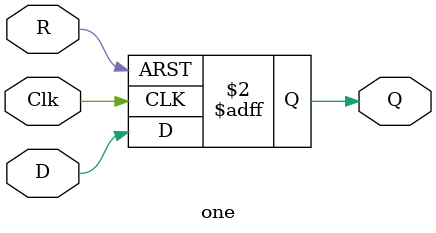
<source format=v>
module one(D,Clk,R,Q);
	input D,Clk,R;
	output reg Q;
	always @(posedge Clk or posedge R)
	if(R) Q<=0;
	else   Q<=D;
endmodule
	

</source>
